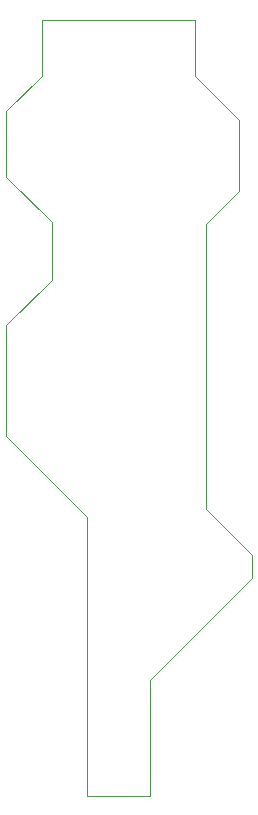
<source format=gbr>
%TF.GenerationSoftware,KiCad,Pcbnew,(5.0.0-rc3-dev)*%
%TF.CreationDate,2019-02-19T23:04:41+00:00*%
%TF.ProjectId,battery_breakout,626174746572795F627265616B6F7574,rev?*%
%TF.SameCoordinates,Original*%
%TF.FileFunction,Profile,NP*%
%FSLAX46Y46*%
G04 Gerber Fmt 4.6, Leading zero omitted, Abs format (unit mm)*
G04 Created by KiCad (PCBNEW (5.0.0-rc3-dev)) date 02/19/19 23:04:41*
%MOMM*%
%LPD*%
G01*
G04 APERTURE LIST*
%ADD10C,0.010000*%
G04 APERTURE END LIST*
D10*
X156600000Y-130100000D02*
X160500000Y-134000000D01*
X160500000Y-134000000D02*
X160500000Y-136000000D01*
X139700000Y-96450000D02*
X139700000Y-102000000D01*
X143550000Y-110750000D02*
X143550000Y-105850000D01*
X139700000Y-114600000D02*
X143550000Y-110750000D01*
X139700000Y-102000000D02*
X143550000Y-105850000D01*
X151900000Y-154400000D02*
X151900000Y-144600000D01*
X160500000Y-136000000D02*
X151900000Y-144600000D01*
X146500000Y-130800000D02*
X139700000Y-124000000D01*
X146500000Y-154400000D02*
X146500000Y-130800000D01*
X151900000Y-154400000D02*
X146500000Y-154400000D01*
X156600000Y-130100000D02*
X156600000Y-106050000D01*
X156600000Y-106050000D02*
X159450000Y-103200000D01*
X159450000Y-103200000D02*
X159450000Y-97200000D01*
X139700000Y-114600000D02*
X139700000Y-124000000D01*
X155700000Y-88700000D02*
X155700000Y-93450000D01*
X159450000Y-97200000D02*
X155700000Y-93450000D01*
X142700000Y-93450000D02*
X142700000Y-88700000D01*
X139700000Y-96450000D02*
X142700000Y-93450000D01*
X155700000Y-88700000D02*
X142700000Y-88700000D01*
M02*

</source>
